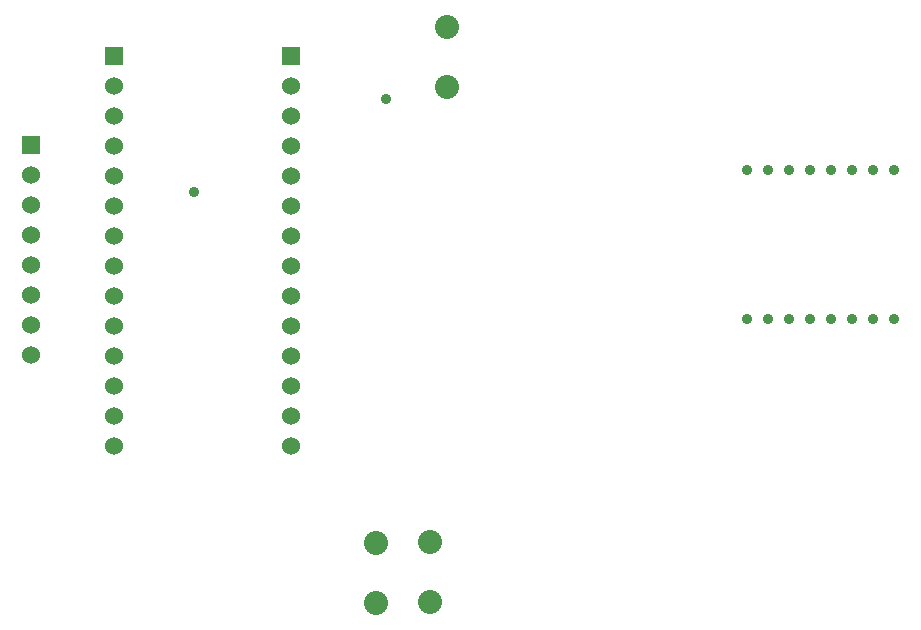
<source format=gbr>
G04 start of page 6 for group 4 idx 4 *
G04 Title: (unknown), power *
G04 Creator: pcb 4.1.2 *
G04 CreationDate: Fri Sep 21 09:06:42 2018 UTC *
G04 For: mytch *
G04 Format: Gerber/RS-274X *
G04 PCB-Dimensions (mil): 3937.01 2755.91 *
G04 PCB-Coordinate-Origin: lower left *
%MOIN*%
%FSLAX25Y25*%
%LNGROUP4*%
%ADD51C,0.0350*%
%ADD50C,0.0380*%
%ADD49C,0.1180*%
%ADD48C,0.0200*%
%ADD47C,0.0360*%
%ADD46C,0.0800*%
%ADD45C,0.0600*%
%ADD44C,0.0001*%
G54D44*G36*
X28496Y174260D02*Y168260D01*
X34496D01*
Y174260D01*
X28496D01*
G37*
G54D45*X31496Y161260D03*
Y151260D03*
X59055Y190787D03*
Y180787D03*
Y170787D03*
Y160787D03*
Y150787D03*
Y140787D03*
Y130787D03*
Y120787D03*
X31496Y141260D03*
Y131260D03*
Y121260D03*
Y111260D03*
Y101260D03*
G54D44*G36*
X56055Y203787D02*Y197787D01*
X62055D01*
Y203787D01*
X56055D01*
G37*
G36*
X115110D02*Y197787D01*
X121110D01*
Y203787D01*
X115110D01*
G37*
G54D46*X170079Y190630D03*
Y210630D03*
G54D45*X118110Y190787D03*
Y180787D03*
Y170787D03*
Y160787D03*
Y150787D03*
Y140787D03*
Y130787D03*
X59055Y110787D03*
Y100787D03*
Y90787D03*
Y80787D03*
Y70787D03*
X118110Y120787D03*
Y110787D03*
Y100787D03*
Y90787D03*
Y80787D03*
Y70787D03*
G54D46*X146457Y18583D03*
Y38583D03*
X164567Y18976D03*
Y38976D03*
G54D47*X270276Y162913D03*
Y113307D03*
X277276Y162913D03*
X284276D03*
X291276D03*
X298276D03*
X305276D03*
X312276D03*
X319276D03*
X277276Y113307D03*
X284276D03*
X291276D03*
X298276D03*
X305276D03*
X312276D03*
X319276D03*
X85827Y155512D03*
X150000Y186614D03*
G54D48*G54D49*G54D48*G54D50*G54D51*G54D50*G54D51*G54D48*M02*

</source>
